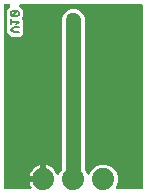
<source format=gbr>
G04 EAGLE Gerber RS-274X export*
G75*
%MOMM*%
%FSLAX34Y34*%
%LPD*%
%INBottom Copper*%
%IPPOS*%
%AMOC8*
5,1,8,0,0,1.08239X$1,22.5*%
G01*
%ADD10C,0.127000*%
%ADD11C,1.879600*%
%ADD12C,1.270000*%
%ADD13C,1.270000*%

G36*
X26981Y4324D02*
X26981Y4324D01*
X27021Y4321D01*
X27138Y4344D01*
X27257Y4359D01*
X27294Y4373D01*
X27333Y4381D01*
X27441Y4432D01*
X27552Y4476D01*
X27585Y4499D01*
X27621Y4516D01*
X27713Y4592D01*
X27810Y4662D01*
X27835Y4693D01*
X27866Y4719D01*
X27936Y4815D01*
X28013Y4907D01*
X28030Y4944D01*
X28053Y4976D01*
X28097Y5087D01*
X28148Y5195D01*
X28156Y5234D01*
X28170Y5271D01*
X28185Y5390D01*
X28208Y5507D01*
X28205Y5547D01*
X28210Y5587D01*
X28196Y5706D01*
X28188Y5825D01*
X28176Y5863D01*
X28171Y5902D01*
X28127Y6014D01*
X28090Y6127D01*
X28069Y6161D01*
X28054Y6198D01*
X27968Y6334D01*
X27889Y6443D01*
X27036Y8117D01*
X26455Y9904D01*
X26415Y10161D01*
X36830Y10161D01*
X36948Y10176D01*
X37067Y10183D01*
X37105Y10196D01*
X37145Y10201D01*
X37256Y10244D01*
X37369Y10281D01*
X37403Y10303D01*
X37441Y10318D01*
X37537Y10388D01*
X37638Y10451D01*
X37666Y10481D01*
X37698Y10504D01*
X37774Y10596D01*
X37856Y10683D01*
X37875Y10718D01*
X37901Y10749D01*
X37952Y10857D01*
X38009Y10961D01*
X38020Y11001D01*
X38037Y11037D01*
X38059Y11154D01*
X38089Y11269D01*
X38093Y11330D01*
X38097Y11350D01*
X38095Y11370D01*
X38099Y11430D01*
X38099Y12701D01*
X39370Y12701D01*
X39488Y12716D01*
X39607Y12723D01*
X39645Y12736D01*
X39685Y12741D01*
X39796Y12785D01*
X39909Y12821D01*
X39944Y12843D01*
X39981Y12858D01*
X40077Y12928D01*
X40178Y12991D01*
X40206Y13021D01*
X40239Y13045D01*
X40314Y13136D01*
X40396Y13223D01*
X40416Y13258D01*
X40441Y13290D01*
X40492Y13397D01*
X40550Y13502D01*
X40560Y13541D01*
X40577Y13577D01*
X40599Y13694D01*
X40629Y13809D01*
X40633Y13870D01*
X40637Y13890D01*
X40635Y13910D01*
X40639Y13970D01*
X40639Y24385D01*
X40896Y24345D01*
X42683Y23764D01*
X44357Y22911D01*
X45878Y21806D01*
X47206Y20478D01*
X48311Y18957D01*
X49164Y17283D01*
X49315Y16818D01*
X49328Y16791D01*
X49335Y16762D01*
X49395Y16648D01*
X49450Y16530D01*
X49469Y16507D01*
X49483Y16481D01*
X49570Y16385D01*
X49653Y16285D01*
X49677Y16268D01*
X49697Y16246D01*
X49806Y16174D01*
X49910Y16098D01*
X49938Y16087D01*
X49963Y16071D01*
X50086Y16029D01*
X50206Y15981D01*
X50236Y15977D01*
X50264Y15968D01*
X50393Y15957D01*
X50521Y15941D01*
X50551Y15945D01*
X50581Y15942D01*
X50709Y15965D01*
X50837Y15981D01*
X50865Y15992D01*
X50894Y15997D01*
X51012Y16050D01*
X51133Y16098D01*
X51157Y16115D01*
X51184Y16127D01*
X51285Y16208D01*
X51390Y16284D01*
X51409Y16307D01*
X51433Y16326D01*
X51511Y16430D01*
X51593Y16529D01*
X51606Y16556D01*
X51624Y16580D01*
X51695Y16725D01*
X52948Y19750D01*
X53730Y20532D01*
X53790Y20610D01*
X53858Y20682D01*
X53887Y20735D01*
X53924Y20783D01*
X53964Y20874D01*
X54012Y20961D01*
X54027Y21019D01*
X54051Y21075D01*
X54066Y21173D01*
X54091Y21269D01*
X54097Y21369D01*
X54101Y21389D01*
X54099Y21401D01*
X54101Y21429D01*
X54101Y149190D01*
X55532Y152644D01*
X58176Y155288D01*
X61630Y156719D01*
X65370Y156719D01*
X68824Y155288D01*
X71468Y152644D01*
X72899Y149190D01*
X72899Y21429D01*
X72911Y21331D01*
X72914Y21232D01*
X72931Y21174D01*
X72939Y21114D01*
X72975Y21022D01*
X73003Y20927D01*
X73033Y20874D01*
X73056Y20818D01*
X73114Y20738D01*
X73164Y20653D01*
X73230Y20577D01*
X73242Y20561D01*
X73252Y20553D01*
X73270Y20532D01*
X74052Y19750D01*
X75027Y17395D01*
X75096Y17275D01*
X75161Y17152D01*
X75175Y17137D01*
X75185Y17119D01*
X75282Y17019D01*
X75375Y16916D01*
X75392Y16905D01*
X75406Y16891D01*
X75524Y16818D01*
X75641Y16742D01*
X75660Y16735D01*
X75677Y16724D01*
X75810Y16684D01*
X75942Y16638D01*
X75962Y16637D01*
X75981Y16631D01*
X76120Y16624D01*
X76259Y16613D01*
X76279Y16617D01*
X76299Y16616D01*
X76435Y16644D01*
X76572Y16668D01*
X76591Y16676D01*
X76610Y16680D01*
X76735Y16741D01*
X76862Y16798D01*
X76878Y16811D01*
X76896Y16820D01*
X77002Y16910D01*
X77110Y16997D01*
X77123Y17013D01*
X77138Y17026D01*
X77218Y17140D01*
X77302Y17251D01*
X77314Y17276D01*
X77321Y17286D01*
X77328Y17305D01*
X77373Y17395D01*
X78348Y19750D01*
X81850Y23252D01*
X86424Y25147D01*
X91376Y25147D01*
X95950Y23252D01*
X99452Y19750D01*
X101347Y15176D01*
X101347Y10224D01*
X99628Y6074D01*
X99614Y6026D01*
X99593Y5981D01*
X99573Y5873D01*
X99544Y5767D01*
X99543Y5717D01*
X99533Y5668D01*
X99540Y5559D01*
X99539Y5449D01*
X99550Y5401D01*
X99553Y5351D01*
X99587Y5247D01*
X99613Y5140D01*
X99636Y5096D01*
X99651Y5049D01*
X99710Y4956D01*
X99761Y4859D01*
X99795Y4822D01*
X99821Y4780D01*
X99902Y4705D01*
X99975Y4623D01*
X100017Y4596D01*
X100053Y4562D01*
X100149Y4509D01*
X100241Y4449D01*
X100288Y4432D01*
X100332Y4408D01*
X100438Y4381D01*
X100542Y4345D01*
X100591Y4341D01*
X100639Y4329D01*
X100800Y4319D01*
X121412Y4319D01*
X121530Y4334D01*
X121649Y4341D01*
X121687Y4354D01*
X121728Y4359D01*
X121838Y4402D01*
X121951Y4439D01*
X121986Y4461D01*
X122023Y4476D01*
X122119Y4545D01*
X122220Y4609D01*
X122248Y4639D01*
X122281Y4662D01*
X122357Y4754D01*
X122438Y4841D01*
X122458Y4876D01*
X122483Y4907D01*
X122534Y5015D01*
X122592Y5119D01*
X122602Y5159D01*
X122619Y5195D01*
X122641Y5312D01*
X122671Y5427D01*
X122675Y5487D01*
X122679Y5507D01*
X122677Y5528D01*
X122681Y5588D01*
X122681Y159512D01*
X122666Y159630D01*
X122659Y159749D01*
X122646Y159787D01*
X122641Y159828D01*
X122598Y159938D01*
X122561Y160051D01*
X122539Y160086D01*
X122524Y160123D01*
X122455Y160219D01*
X122391Y160320D01*
X122361Y160348D01*
X122338Y160381D01*
X122246Y160457D01*
X122159Y160538D01*
X122124Y160558D01*
X122093Y160583D01*
X121985Y160634D01*
X121881Y160692D01*
X121841Y160702D01*
X121805Y160719D01*
X121688Y160741D01*
X121573Y160771D01*
X121513Y160775D01*
X121493Y160779D01*
X121472Y160777D01*
X121412Y160781D01*
X18919Y160781D01*
X18782Y160764D01*
X18643Y160751D01*
X18624Y160744D01*
X18604Y160741D01*
X18475Y160690D01*
X18344Y160643D01*
X18327Y160632D01*
X18308Y160624D01*
X18196Y160543D01*
X18080Y160465D01*
X18067Y160449D01*
X18051Y160438D01*
X17962Y160330D01*
X17870Y160226D01*
X17861Y160208D01*
X17848Y160193D01*
X17789Y160067D01*
X17725Y159943D01*
X17721Y159923D01*
X17712Y159905D01*
X17686Y159769D01*
X17656Y159633D01*
X17656Y159612D01*
X17653Y159593D01*
X17661Y159454D01*
X17665Y159315D01*
X17671Y159295D01*
X17672Y159275D01*
X17715Y159143D01*
X17754Y159009D01*
X17764Y158992D01*
X17770Y158973D01*
X17845Y158855D01*
X17915Y158735D01*
X17934Y158714D01*
X17940Y158704D01*
X17955Y158690D01*
X18022Y158615D01*
X18221Y158415D01*
X20146Y156490D01*
X20147Y156490D01*
X20834Y155802D01*
X20834Y154255D01*
X20834Y150632D01*
X20279Y150077D01*
X20206Y149983D01*
X20127Y149893D01*
X20109Y149857D01*
X20084Y149825D01*
X20037Y149716D01*
X19983Y149610D01*
X19974Y149571D01*
X19958Y149534D01*
X19939Y149416D01*
X19913Y149300D01*
X19914Y149259D01*
X19908Y149219D01*
X19919Y149101D01*
X19923Y148982D01*
X19934Y148943D01*
X19938Y148903D01*
X19978Y148791D01*
X20011Y148676D01*
X20032Y148642D01*
X20045Y148604D01*
X20112Y148505D01*
X20173Y148403D01*
X20212Y148357D01*
X20224Y148340D01*
X20239Y148327D01*
X20279Y148282D01*
X20834Y147727D01*
X20834Y144675D01*
X20809Y144649D01*
X20736Y144555D01*
X20657Y144466D01*
X20638Y144430D01*
X20614Y144398D01*
X20566Y144289D01*
X20512Y144183D01*
X20503Y144143D01*
X20487Y144106D01*
X20469Y143989D01*
X20443Y143872D01*
X20444Y143832D01*
X20437Y143792D01*
X20449Y143673D01*
X20452Y143554D01*
X20463Y143516D01*
X20467Y143475D01*
X20507Y143363D01*
X20541Y143249D01*
X20561Y143214D01*
X20575Y143176D01*
X20642Y143078D01*
X20702Y142975D01*
X20742Y142930D01*
X20753Y142913D01*
X20769Y142899D01*
X20809Y142854D01*
X20834Y142829D01*
X20834Y139577D01*
X20834Y139576D01*
X20818Y139539D01*
X20799Y139421D01*
X20773Y139305D01*
X20774Y139264D01*
X20768Y139225D01*
X20779Y139106D01*
X20783Y138987D01*
X20794Y138948D01*
X20798Y138908D01*
X20834Y138807D01*
X20834Y135540D01*
X18676Y133382D01*
X11388Y133382D01*
X7111Y137658D01*
X7111Y140710D01*
X7137Y140736D01*
X7210Y140830D01*
X7289Y140919D01*
X7307Y140955D01*
X7332Y140987D01*
X7379Y141096D01*
X7433Y141202D01*
X7442Y141242D01*
X7458Y141279D01*
X7477Y141396D01*
X7503Y141513D01*
X7502Y141553D01*
X7508Y141593D01*
X7497Y141712D01*
X7493Y141831D01*
X7482Y141869D01*
X7478Y141910D01*
X7438Y142022D01*
X7405Y142136D01*
X7384Y142171D01*
X7371Y142209D01*
X7304Y142307D01*
X7243Y142410D01*
X7203Y142455D01*
X7192Y142472D01*
X7177Y142485D01*
X7137Y142531D01*
X7111Y142556D01*
X7111Y154297D01*
X7111Y155802D01*
X7799Y156490D01*
X9696Y158386D01*
X9924Y158615D01*
X10009Y158724D01*
X10098Y158831D01*
X10106Y158850D01*
X10119Y158866D01*
X10174Y158994D01*
X10233Y159119D01*
X10237Y159139D01*
X10245Y159158D01*
X10267Y159296D01*
X10293Y159432D01*
X10292Y159452D01*
X10295Y159472D01*
X10282Y159611D01*
X10273Y159749D01*
X10267Y159768D01*
X10265Y159788D01*
X10218Y159920D01*
X10175Y160051D01*
X10164Y160069D01*
X10157Y160088D01*
X10079Y160203D01*
X10005Y160320D01*
X9990Y160334D01*
X9979Y160351D01*
X9875Y160443D01*
X9773Y160538D01*
X9756Y160548D01*
X9740Y160561D01*
X9617Y160624D01*
X9495Y160692D01*
X9475Y160697D01*
X9457Y160706D01*
X9321Y160736D01*
X9187Y160771D01*
X9159Y160773D01*
X9147Y160776D01*
X9126Y160775D01*
X9026Y160781D01*
X5588Y160781D01*
X5470Y160766D01*
X5351Y160759D01*
X5313Y160746D01*
X5272Y160741D01*
X5162Y160698D01*
X5049Y160661D01*
X5014Y160639D01*
X4977Y160624D01*
X4881Y160555D01*
X4780Y160491D01*
X4752Y160461D01*
X4719Y160438D01*
X4643Y160346D01*
X4562Y160259D01*
X4542Y160224D01*
X4517Y160193D01*
X4466Y160085D01*
X4408Y159981D01*
X4398Y159941D01*
X4381Y159905D01*
X4359Y159788D01*
X4329Y159673D01*
X4325Y159613D01*
X4321Y159593D01*
X4323Y159572D01*
X4319Y159512D01*
X4319Y5588D01*
X4334Y5470D01*
X4341Y5351D01*
X4354Y5313D01*
X4359Y5272D01*
X4402Y5162D01*
X4439Y5049D01*
X4461Y5014D01*
X4476Y4977D01*
X4545Y4881D01*
X4609Y4780D01*
X4639Y4752D01*
X4662Y4719D01*
X4754Y4643D01*
X4841Y4562D01*
X4876Y4542D01*
X4907Y4517D01*
X5015Y4466D01*
X5119Y4408D01*
X5159Y4398D01*
X5195Y4381D01*
X5312Y4359D01*
X5427Y4329D01*
X5487Y4325D01*
X5507Y4321D01*
X5528Y4323D01*
X5588Y4319D01*
X26941Y4319D01*
X26981Y4324D01*
G37*
%LPC*%
G36*
X26415Y15239D02*
X26415Y15239D01*
X26455Y15496D01*
X27036Y17283D01*
X27889Y18957D01*
X28994Y20478D01*
X30322Y21806D01*
X31843Y22911D01*
X33517Y23764D01*
X35304Y24345D01*
X35561Y24385D01*
X35561Y15239D01*
X26415Y15239D01*
G37*
%LPD*%
D10*
X17150Y137066D02*
X12913Y137066D01*
X10795Y139184D01*
X12913Y141303D01*
X17150Y141303D01*
X15032Y144082D02*
X17150Y146201D01*
X10795Y146201D01*
X10795Y148319D02*
X10795Y144082D01*
X11854Y151099D02*
X16091Y151099D01*
X17150Y152158D01*
X17150Y154276D01*
X16091Y155336D01*
X11854Y155336D01*
X10795Y154276D01*
X10795Y152158D01*
X11854Y151099D01*
X16091Y155336D01*
D11*
X38100Y12700D03*
X63500Y12700D03*
X88900Y12700D03*
D12*
X63500Y12700D02*
X63500Y147320D01*
D13*
X63500Y147320D03*
M02*

</source>
